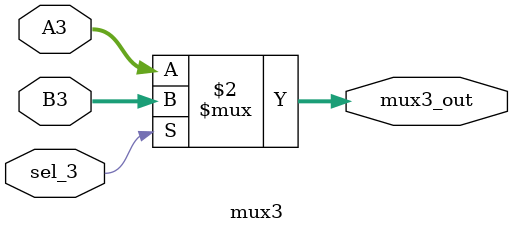
<source format=v>
module mux3(sel_3, A3, B3, mux3_out);


input sel_3;
input [31:0] A3, B3;
output [31:0] mux3_out;


assign mux3_out = (sel_3 == 1'b0) ? A3 : B3;

endmodule


</source>
